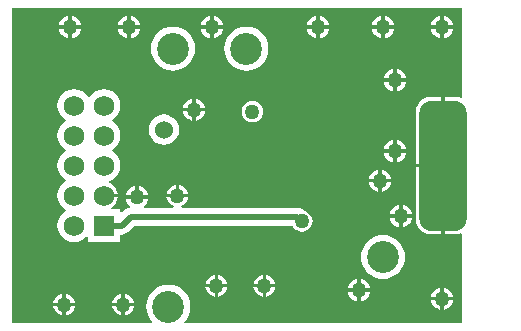
<source format=gbl>
G04 Layer_Physical_Order=4*
G04 Layer_Color=16711680*
%FSLAX25Y25*%
%MOIN*%
G70*
G01*
G75*
%ADD14C,0.02000*%
%ADD15C,0.10630*%
G04:AMPARAMS|DCode=16|XSize=433.07mil|YSize=157.48mil|CornerRadius=39.37mil|HoleSize=0mil|Usage=FLASHONLY|Rotation=90.000|XOffset=0mil|YOffset=0mil|HoleType=Round|Shape=RoundedRectangle|*
%AMROUNDEDRECTD16*
21,1,0.43307,0.07874,0,0,90.0*
21,1,0.35433,0.15748,0,0,90.0*
1,1,0.07874,0.03937,0.17717*
1,1,0.07874,0.03937,-0.17717*
1,1,0.07874,-0.03937,-0.17717*
1,1,0.07874,-0.03937,0.17717*
%
%ADD16ROUNDEDRECTD16*%
%ADD17C,0.06000*%
%ADD18R,0.06890X0.06890*%
%ADD19C,0.06890*%
%ADD20C,0.05000*%
G36*
X272500Y212665D02*
X272084Y212387D01*
X271278Y212721D01*
X269937Y212898D01*
X266600D01*
Y190000D01*
Y167102D01*
X269937D01*
X271278Y167279D01*
X272084Y167613D01*
X272500Y167335D01*
Y137500D01*
X180096D01*
X179859Y138000D01*
X180612Y138916D01*
X181291Y140187D01*
X181709Y141566D01*
X181850Y143000D01*
X181709Y144434D01*
X181291Y145813D01*
X180612Y147084D01*
X179698Y148197D01*
X178584Y149112D01*
X177313Y149791D01*
X175934Y150209D01*
X174500Y150350D01*
X173066Y150209D01*
X171687Y149791D01*
X170416Y149112D01*
X169302Y148197D01*
X168388Y147084D01*
X167709Y145813D01*
X167291Y144434D01*
X167150Y143000D01*
X167291Y141566D01*
X167709Y140187D01*
X168388Y138916D01*
X169141Y138000D01*
X168904Y137500D01*
X122500D01*
Y242500D01*
X272500D01*
Y212665D01*
D02*
G37*
%LPC*%
G36*
X266348Y239873D02*
Y236821D01*
X269401D01*
X269353Y237186D01*
X268980Y238086D01*
X268387Y238859D01*
X267614Y239452D01*
X266714Y239825D01*
X266348Y239873D01*
D02*
G37*
G36*
X265148D02*
X264782Y239825D01*
X263882Y239452D01*
X263109Y238859D01*
X262516Y238086D01*
X262143Y237186D01*
X262095Y236821D01*
X265148D01*
Y239873D01*
D02*
G37*
G36*
X246663D02*
Y236821D01*
X249716D01*
X249668Y237186D01*
X249295Y238086D01*
X248702Y238859D01*
X247929Y239452D01*
X247029Y239825D01*
X246663Y239873D01*
D02*
G37*
G36*
X245463D02*
X245097Y239825D01*
X244197Y239452D01*
X243424Y238859D01*
X242831Y238086D01*
X242458Y237186D01*
X242410Y236821D01*
X245463D01*
Y239873D01*
D02*
G37*
G36*
X225009D02*
Y236821D01*
X228062D01*
X228014Y237186D01*
X227641Y238086D01*
X227048Y238859D01*
X226275Y239452D01*
X225375Y239825D01*
X225009Y239873D01*
D02*
G37*
G36*
X223810D02*
X223444Y239825D01*
X222544Y239452D01*
X221771Y238859D01*
X221178Y238086D01*
X220805Y237186D01*
X220757Y236821D01*
X223810D01*
Y239873D01*
D02*
G37*
G36*
X189576D02*
Y236821D01*
X192629D01*
X192581Y237186D01*
X192208Y238086D01*
X191615Y238859D01*
X190842Y239452D01*
X189942Y239825D01*
X189576Y239873D01*
D02*
G37*
G36*
X188376D02*
X188011Y239825D01*
X187110Y239452D01*
X186337Y238859D01*
X185744Y238086D01*
X185372Y237186D01*
X185323Y236821D01*
X188376D01*
Y239873D01*
D02*
G37*
G36*
X162017D02*
Y236821D01*
X165070D01*
X165022Y237186D01*
X164649Y238086D01*
X164056Y238859D01*
X163283Y239452D01*
X162383Y239825D01*
X162017Y239873D01*
D02*
G37*
G36*
X160817D02*
X160451Y239825D01*
X159551Y239452D01*
X158778Y238859D01*
X158185Y238086D01*
X157813Y237186D01*
X157764Y236821D01*
X160817D01*
Y239873D01*
D02*
G37*
G36*
X142332D02*
Y236821D01*
X145385D01*
X145337Y237186D01*
X144964Y238086D01*
X144371Y238859D01*
X143598Y239452D01*
X142698Y239825D01*
X142332Y239873D01*
D02*
G37*
G36*
X141132D02*
X140766Y239825D01*
X139866Y239452D01*
X139093Y238859D01*
X138500Y238086D01*
X138128Y237186D01*
X138079Y236821D01*
X141132D01*
Y239873D01*
D02*
G37*
G36*
X269401Y235620D02*
X266348D01*
Y232568D01*
X266714Y232616D01*
X267614Y232989D01*
X268387Y233582D01*
X268980Y234354D01*
X269353Y235255D01*
X269401Y235620D01*
D02*
G37*
G36*
X265148D02*
X262095D01*
X262143Y235255D01*
X262516Y234354D01*
X263109Y233582D01*
X263882Y232989D01*
X264782Y232616D01*
X265148Y232568D01*
Y235620D01*
D02*
G37*
G36*
X249716D02*
X246663D01*
Y232568D01*
X247029Y232616D01*
X247929Y232989D01*
X248702Y233582D01*
X249295Y234354D01*
X249668Y235255D01*
X249716Y235620D01*
D02*
G37*
G36*
X245463D02*
X242410D01*
X242458Y235255D01*
X242831Y234354D01*
X243424Y233582D01*
X244197Y232989D01*
X245097Y232616D01*
X245463Y232568D01*
Y235620D01*
D02*
G37*
G36*
X228062D02*
X225009D01*
Y232568D01*
X225375Y232616D01*
X226275Y232989D01*
X227048Y233582D01*
X227641Y234354D01*
X228014Y235255D01*
X228062Y235620D01*
D02*
G37*
G36*
X223810D02*
X220757D01*
X220805Y235255D01*
X221178Y234354D01*
X221771Y233582D01*
X222544Y232989D01*
X223444Y232616D01*
X223810Y232568D01*
Y235620D01*
D02*
G37*
G36*
X192629D02*
X189576D01*
Y232568D01*
X189942Y232616D01*
X190842Y232989D01*
X191615Y233582D01*
X192208Y234354D01*
X192581Y235255D01*
X192629Y235620D01*
D02*
G37*
G36*
X188376D02*
X185323D01*
X185372Y235255D01*
X185744Y234354D01*
X186337Y233582D01*
X187110Y232989D01*
X188011Y232616D01*
X188376Y232568D01*
Y235620D01*
D02*
G37*
G36*
X165070D02*
X162017D01*
Y232568D01*
X162383Y232616D01*
X163283Y232989D01*
X164056Y233582D01*
X164649Y234354D01*
X165022Y235255D01*
X165070Y235620D01*
D02*
G37*
G36*
X160817D02*
X157764D01*
X157813Y235255D01*
X158185Y234354D01*
X158778Y233582D01*
X159551Y232989D01*
X160451Y232616D01*
X160817Y232568D01*
Y235620D01*
D02*
G37*
G36*
X145385D02*
X142332D01*
Y232568D01*
X142698Y232616D01*
X143598Y232989D01*
X144371Y233582D01*
X144964Y234354D01*
X145337Y235255D01*
X145385Y235620D01*
D02*
G37*
G36*
X141132D02*
X138079D01*
X138128Y235255D01*
X138500Y234354D01*
X139093Y233582D01*
X139866Y232989D01*
X140766Y232616D01*
X141132Y232568D01*
Y235620D01*
D02*
G37*
G36*
X200500Y236350D02*
X199066Y236209D01*
X197687Y235791D01*
X196416Y235112D01*
X195302Y234197D01*
X194388Y233084D01*
X193709Y231813D01*
X193291Y230434D01*
X193150Y229000D01*
X193291Y227566D01*
X193709Y226187D01*
X194388Y224916D01*
X195302Y223802D01*
X196416Y222888D01*
X197687Y222209D01*
X199066Y221791D01*
X200500Y221650D01*
X201934Y221791D01*
X203313Y222209D01*
X204584Y222888D01*
X205697Y223802D01*
X206612Y224916D01*
X207291Y226187D01*
X207709Y227566D01*
X207850Y229000D01*
X207709Y230434D01*
X207291Y231813D01*
X206612Y233084D01*
X205697Y234197D01*
X204584Y235112D01*
X203313Y235791D01*
X201934Y236209D01*
X200500Y236350D01*
D02*
G37*
G36*
X176000D02*
X174566Y236209D01*
X173187Y235791D01*
X171916Y235112D01*
X170802Y234197D01*
X169888Y233084D01*
X169209Y231813D01*
X168791Y230434D01*
X168650Y229000D01*
X168791Y227566D01*
X169209Y226187D01*
X169888Y224916D01*
X170802Y223802D01*
X171916Y222888D01*
X173187Y222209D01*
X174566Y221791D01*
X176000Y221650D01*
X177434Y221791D01*
X178813Y222209D01*
X180084Y222888D01*
X181198Y223802D01*
X182112Y224916D01*
X182791Y226187D01*
X183209Y227566D01*
X183350Y229000D01*
X183209Y230434D01*
X182791Y231813D01*
X182112Y233084D01*
X181198Y234197D01*
X180084Y235112D01*
X178813Y235791D01*
X177434Y236209D01*
X176000Y236350D01*
D02*
G37*
G36*
X250600Y222157D02*
Y219104D01*
X253653D01*
X253605Y219470D01*
X253232Y220370D01*
X252639Y221143D01*
X251866Y221736D01*
X250966Y222109D01*
X250600Y222157D01*
D02*
G37*
G36*
X249400D02*
X249034Y222109D01*
X248134Y221736D01*
X247361Y221143D01*
X246768Y220370D01*
X246395Y219470D01*
X246347Y219104D01*
X249400D01*
Y222157D01*
D02*
G37*
G36*
X253653Y217904D02*
X250600D01*
Y214851D01*
X250966Y214899D01*
X251866Y215272D01*
X252639Y215865D01*
X253232Y216638D01*
X253605Y217538D01*
X253653Y217904D01*
D02*
G37*
G36*
X249400D02*
X246347D01*
X246395Y217538D01*
X246768Y216638D01*
X247361Y215865D01*
X248134Y215272D01*
X249034Y214899D01*
X249400Y214851D01*
Y217904D01*
D02*
G37*
G36*
X153000Y215492D02*
X151579Y215305D01*
X150254Y214756D01*
X149117Y213883D01*
X148279Y212791D01*
X148000Y212759D01*
X147721Y212791D01*
X146883Y213883D01*
X145746Y214756D01*
X144421Y215305D01*
X143000Y215492D01*
X141579Y215305D01*
X140254Y214756D01*
X139117Y213883D01*
X138244Y212746D01*
X137695Y211421D01*
X137508Y210000D01*
X137695Y208579D01*
X138244Y207254D01*
X139117Y206117D01*
X140209Y205279D01*
X140241Y205000D01*
X140209Y204721D01*
X139117Y203883D01*
X138244Y202746D01*
X137695Y201421D01*
X137508Y200000D01*
X137695Y198579D01*
X138244Y197254D01*
X139117Y196117D01*
X140209Y195279D01*
X140241Y195000D01*
X140209Y194721D01*
X139117Y193883D01*
X138244Y192746D01*
X137695Y191421D01*
X137508Y190000D01*
X137695Y188579D01*
X138244Y187254D01*
X139117Y186117D01*
X140209Y185279D01*
X140241Y185000D01*
X140209Y184721D01*
X139117Y183883D01*
X138244Y182746D01*
X137695Y181421D01*
X137508Y180000D01*
X137695Y178579D01*
X138244Y177254D01*
X139117Y176117D01*
X140209Y175279D01*
X140241Y175000D01*
X140209Y174721D01*
X139117Y173883D01*
X138244Y172746D01*
X137695Y171421D01*
X137508Y170000D01*
X137695Y168579D01*
X138244Y167254D01*
X139117Y166117D01*
X140254Y165244D01*
X141579Y164695D01*
X143000Y164508D01*
X144421Y164695D01*
X145746Y165244D01*
X146883Y166117D01*
X147082Y166375D01*
X147555Y166214D01*
Y164555D01*
X158445D01*
Y166974D01*
X158945D01*
X159728Y167077D01*
X160458Y167379D01*
X161084Y167860D01*
X163198Y169974D01*
X215844D01*
X215943Y169735D01*
X216504Y169004D01*
X217235Y168443D01*
X218086Y168090D01*
X219000Y167970D01*
X219914Y168090D01*
X220765Y168443D01*
X221496Y169004D01*
X222057Y169735D01*
X222410Y170586D01*
X222530Y171500D01*
X222410Y172414D01*
X222057Y173265D01*
X221496Y173996D01*
X220765Y174557D01*
X219914Y174910D01*
X219863Y174917D01*
X219640Y175140D01*
X219013Y175620D01*
X218283Y175923D01*
X217500Y176026D01*
X178881D01*
X178781Y176526D01*
X179366Y176768D01*
X180139Y177361D01*
X180732Y178134D01*
X181105Y179034D01*
X181153Y179400D01*
X173847D01*
X173895Y179034D01*
X174268Y178134D01*
X174861Y177361D01*
X175634Y176768D01*
X176219Y176526D01*
X176119Y176026D01*
X166372D01*
X166202Y176526D01*
X166639Y176861D01*
X167232Y177634D01*
X167605Y178534D01*
X167653Y178900D01*
X160347D01*
X160395Y178534D01*
X160768Y177634D01*
X161361Y176861D01*
X161815Y176513D01*
X161675Y175990D01*
X161162Y175923D01*
X160432Y175620D01*
X159805Y175140D01*
X158907Y174241D01*
X158445Y174433D01*
Y175445D01*
X155447D01*
X155342Y175943D01*
X156313Y176687D01*
X157057Y177657D01*
X157525Y178787D01*
X157606Y179400D01*
X153000D01*
Y180600D01*
X157606D01*
X157525Y181213D01*
X157057Y182343D01*
X156313Y183313D01*
X155342Y184057D01*
X154765Y184296D01*
Y184838D01*
X155746Y185244D01*
X156883Y186117D01*
X157756Y187254D01*
X158305Y188579D01*
X158492Y190000D01*
X158305Y191421D01*
X157756Y192746D01*
X156883Y193883D01*
X155791Y194721D01*
X155759Y195000D01*
X155791Y195279D01*
X156883Y196117D01*
X157756Y197254D01*
X158305Y198579D01*
X158492Y200000D01*
X158305Y201421D01*
X157756Y202746D01*
X156883Y203883D01*
X155791Y204721D01*
X155759Y205000D01*
X155791Y205279D01*
X156883Y206117D01*
X157756Y207254D01*
X158305Y208579D01*
X158492Y210000D01*
X158305Y211421D01*
X157756Y212746D01*
X156883Y213883D01*
X155746Y214756D01*
X154421Y215305D01*
X153000Y215492D01*
D02*
G37*
G36*
X183671Y212314D02*
Y209261D01*
X186724D01*
X186676Y209627D01*
X186303Y210527D01*
X185710Y211300D01*
X184937Y211893D01*
X184037Y212266D01*
X183671Y212314D01*
D02*
G37*
G36*
X182471D02*
X182105Y212266D01*
X181205Y211893D01*
X180432Y211300D01*
X179839Y210527D01*
X179466Y209627D01*
X179418Y209261D01*
X182471D01*
Y212314D01*
D02*
G37*
G36*
X186724Y208061D02*
X183671D01*
Y205009D01*
X184037Y205057D01*
X184937Y205430D01*
X185710Y206023D01*
X186303Y206796D01*
X186676Y207696D01*
X186724Y208061D01*
D02*
G37*
G36*
X182471D02*
X179418D01*
X179466Y207696D01*
X179839Y206796D01*
X180432Y206023D01*
X181205Y205430D01*
X182105Y205057D01*
X182471Y205009D01*
Y208061D01*
D02*
G37*
G36*
X202500Y211530D02*
X201586Y211410D01*
X200735Y211057D01*
X200004Y210496D01*
X199443Y209765D01*
X199090Y208914D01*
X198970Y208000D01*
X199090Y207086D01*
X199443Y206235D01*
X200004Y205504D01*
X200735Y204943D01*
X201586Y204590D01*
X202500Y204470D01*
X203414Y204590D01*
X204265Y204943D01*
X204996Y205504D01*
X205557Y206235D01*
X205910Y207086D01*
X206030Y208000D01*
X205910Y208914D01*
X205557Y209765D01*
X204996Y210496D01*
X204265Y211057D01*
X203414Y211410D01*
X202500Y211530D01*
D02*
G37*
G36*
X173000Y207043D02*
X171695Y206871D01*
X170478Y206367D01*
X169434Y205566D01*
X168632Y204522D01*
X168129Y203305D01*
X167957Y202000D01*
X168129Y200695D01*
X168632Y199478D01*
X169434Y198434D01*
X170478Y197633D01*
X171695Y197129D01*
X173000Y196957D01*
X174305Y197129D01*
X175522Y197633D01*
X176566Y198434D01*
X177367Y199478D01*
X177871Y200695D01*
X178043Y202000D01*
X177871Y203305D01*
X177367Y204522D01*
X176566Y205566D01*
X175522Y206367D01*
X174305Y206871D01*
X173000Y207043D01*
D02*
G37*
G36*
X250600Y198535D02*
Y195482D01*
X253653D01*
X253605Y195848D01*
X253232Y196748D01*
X252639Y197521D01*
X251866Y198114D01*
X250966Y198487D01*
X250600Y198535D01*
D02*
G37*
G36*
X249400D02*
X249034Y198487D01*
X248134Y198114D01*
X247361Y197521D01*
X246768Y196748D01*
X246395Y195848D01*
X246347Y195482D01*
X249400D01*
Y198535D01*
D02*
G37*
G36*
X253653Y194282D02*
X250600D01*
Y191229D01*
X250966Y191277D01*
X251866Y191650D01*
X252639Y192243D01*
X253232Y193016D01*
X253605Y193916D01*
X253653Y194282D01*
D02*
G37*
G36*
X249400D02*
X246347D01*
X246395Y193916D01*
X246768Y193016D01*
X247361Y192243D01*
X248134Y191650D01*
X249034Y191277D01*
X249400Y191229D01*
Y194282D01*
D02*
G37*
G36*
X265400Y212898D02*
X262063D01*
X260722Y212721D01*
X259472Y212204D01*
X258399Y211380D01*
X257576Y210307D01*
X257058Y209058D01*
X256882Y207716D01*
Y190600D01*
X265400D01*
Y212898D01*
D02*
G37*
G36*
X245600Y188653D02*
Y185600D01*
X248653D01*
X248605Y185966D01*
X248232Y186866D01*
X247639Y187639D01*
X246866Y188232D01*
X245966Y188605D01*
X245600Y188653D01*
D02*
G37*
G36*
X244400D02*
X244034Y188605D01*
X243134Y188232D01*
X242361Y187639D01*
X241768Y186866D01*
X241395Y185966D01*
X241347Y185600D01*
X244400D01*
Y188653D01*
D02*
G37*
G36*
X248653Y184400D02*
X245600D01*
Y181347D01*
X245966Y181395D01*
X246866Y181768D01*
X247639Y182361D01*
X248232Y183134D01*
X248605Y184034D01*
X248653Y184400D01*
D02*
G37*
G36*
X244400D02*
X241347D01*
X241395Y184034D01*
X241768Y183134D01*
X242361Y182361D01*
X243134Y181768D01*
X244034Y181395D01*
X244400Y181347D01*
Y184400D01*
D02*
G37*
G36*
X178100Y183653D02*
Y180600D01*
X181153D01*
X181105Y180966D01*
X180732Y181866D01*
X180139Y182639D01*
X179366Y183232D01*
X178466Y183605D01*
X178100Y183653D01*
D02*
G37*
G36*
X176900D02*
X176534Y183605D01*
X175634Y183232D01*
X174861Y182639D01*
X174268Y181866D01*
X173895Y180966D01*
X173847Y180600D01*
X176900D01*
Y183653D01*
D02*
G37*
G36*
X164600Y183153D02*
Y180100D01*
X167653D01*
X167605Y180466D01*
X167232Y181366D01*
X166639Y182139D01*
X165866Y182732D01*
X164966Y183105D01*
X164600Y183153D01*
D02*
G37*
G36*
X163400D02*
X163034Y183105D01*
X162134Y182732D01*
X161361Y182139D01*
X160768Y181366D01*
X160395Y180466D01*
X160347Y180100D01*
X163400D01*
Y183153D01*
D02*
G37*
G36*
X252569Y176881D02*
Y173828D01*
X255621D01*
X255573Y174194D01*
X255201Y175094D01*
X254607Y175867D01*
X253835Y176460D01*
X252934Y176833D01*
X252569Y176881D01*
D02*
G37*
G36*
X251368D02*
X251003Y176833D01*
X250102Y176460D01*
X249330Y175867D01*
X248737Y175094D01*
X248364Y174194D01*
X248316Y173828D01*
X251368D01*
Y176881D01*
D02*
G37*
G36*
X255621Y172628D02*
X252569D01*
Y169575D01*
X252934Y169624D01*
X253835Y169996D01*
X254607Y170589D01*
X255201Y171362D01*
X255573Y172263D01*
X255621Y172628D01*
D02*
G37*
G36*
X251368D02*
X248316D01*
X248364Y172263D01*
X248737Y171362D01*
X249330Y170589D01*
X250102Y169996D01*
X251003Y169624D01*
X251368Y169575D01*
Y172628D01*
D02*
G37*
G36*
X265400Y189400D02*
X256882D01*
Y172283D01*
X257058Y170942D01*
X257576Y169693D01*
X258399Y168620D01*
X259472Y167796D01*
X260722Y167279D01*
X262063Y167102D01*
X265400D01*
Y189400D01*
D02*
G37*
G36*
X246000Y166850D02*
X244566Y166709D01*
X243187Y166291D01*
X241916Y165612D01*
X240803Y164698D01*
X239888Y163584D01*
X239209Y162313D01*
X238791Y160934D01*
X238650Y159500D01*
X238791Y158066D01*
X239209Y156687D01*
X239888Y155416D01*
X240803Y154303D01*
X241916Y153388D01*
X243187Y152709D01*
X244566Y152291D01*
X246000Y152150D01*
X247434Y152291D01*
X248813Y152709D01*
X250084Y153388D01*
X251198Y154303D01*
X252112Y155416D01*
X252791Y156687D01*
X253209Y158066D01*
X253350Y159500D01*
X253209Y160934D01*
X252791Y162313D01*
X252112Y163584D01*
X251198Y164698D01*
X250084Y165612D01*
X248813Y166291D01*
X247434Y166709D01*
X246000Y166850D01*
D02*
G37*
G36*
X207100Y153653D02*
Y150600D01*
X210153D01*
X210105Y150966D01*
X209732Y151866D01*
X209139Y152639D01*
X208366Y153232D01*
X207466Y153605D01*
X207100Y153653D01*
D02*
G37*
G36*
X205900D02*
X205534Y153605D01*
X204634Y153232D01*
X203861Y152639D01*
X203268Y151866D01*
X202895Y150966D01*
X202847Y150600D01*
X205900D01*
Y153653D01*
D02*
G37*
G36*
X191100D02*
Y150600D01*
X194153D01*
X194105Y150966D01*
X193732Y151866D01*
X193139Y152639D01*
X192366Y153232D01*
X191466Y153605D01*
X191100Y153653D01*
D02*
G37*
G36*
X189900D02*
X189534Y153605D01*
X188634Y153232D01*
X187861Y152639D01*
X187268Y151866D01*
X186895Y150966D01*
X186847Y150600D01*
X189900D01*
Y153653D01*
D02*
G37*
G36*
X238600Y152153D02*
Y149100D01*
X241653D01*
X241605Y149466D01*
X241232Y150366D01*
X240639Y151139D01*
X239866Y151732D01*
X238966Y152105D01*
X238600Y152153D01*
D02*
G37*
G36*
X237400D02*
X237034Y152105D01*
X236134Y151732D01*
X235361Y151139D01*
X234768Y150366D01*
X234395Y149466D01*
X234347Y149100D01*
X237400D01*
Y152153D01*
D02*
G37*
G36*
X210153Y149400D02*
X207100D01*
Y146347D01*
X207466Y146395D01*
X208366Y146768D01*
X209139Y147361D01*
X209732Y148134D01*
X210105Y149034D01*
X210153Y149400D01*
D02*
G37*
G36*
X205900D02*
X202847D01*
X202895Y149034D01*
X203268Y148134D01*
X203861Y147361D01*
X204634Y146768D01*
X205534Y146395D01*
X205900Y146347D01*
Y149400D01*
D02*
G37*
G36*
X194153D02*
X191100D01*
Y146347D01*
X191466Y146395D01*
X192366Y146768D01*
X193139Y147361D01*
X193732Y148134D01*
X194105Y149034D01*
X194153Y149400D01*
D02*
G37*
G36*
X189900D02*
X186847D01*
X186895Y149034D01*
X187268Y148134D01*
X187861Y147361D01*
X188634Y146768D01*
X189534Y146395D01*
X189900Y146347D01*
Y149400D01*
D02*
G37*
G36*
X266348Y149322D02*
Y146269D01*
X269401D01*
X269353Y146635D01*
X268980Y147535D01*
X268387Y148308D01*
X267614Y148901D01*
X266714Y149274D01*
X266348Y149322D01*
D02*
G37*
G36*
X265148D02*
X264782Y149274D01*
X263882Y148901D01*
X263109Y148308D01*
X262516Y147535D01*
X262143Y146635D01*
X262095Y146269D01*
X265148D01*
Y149322D01*
D02*
G37*
G36*
X241653Y147900D02*
X238600D01*
Y144847D01*
X238966Y144895D01*
X239866Y145268D01*
X240639Y145861D01*
X241232Y146634D01*
X241605Y147534D01*
X241653Y147900D01*
D02*
G37*
G36*
X237400D02*
X234347D01*
X234395Y147534D01*
X234768Y146634D01*
X235361Y145861D01*
X236134Y145268D01*
X237034Y144895D01*
X237400Y144847D01*
Y147900D01*
D02*
G37*
G36*
X160049Y147354D02*
Y144301D01*
X163102D01*
X163054Y144667D01*
X162681Y145567D01*
X162088Y146340D01*
X161315Y146933D01*
X160415Y147306D01*
X160049Y147354D01*
D02*
G37*
G36*
X158849D02*
X158483Y147306D01*
X157583Y146933D01*
X156810Y146340D01*
X156217Y145567D01*
X155844Y144667D01*
X155796Y144301D01*
X158849D01*
Y147354D01*
D02*
G37*
G36*
X140364D02*
Y144301D01*
X143417D01*
X143369Y144667D01*
X142996Y145567D01*
X142403Y146340D01*
X141630Y146933D01*
X140730Y147306D01*
X140364Y147354D01*
D02*
G37*
G36*
X139164D02*
X138798Y147306D01*
X137898Y146933D01*
X137125Y146340D01*
X136532Y145567D01*
X136159Y144667D01*
X136111Y144301D01*
X139164D01*
Y147354D01*
D02*
G37*
G36*
X269401Y145069D02*
X266348D01*
Y142016D01*
X266714Y142064D01*
X267614Y142437D01*
X268387Y143030D01*
X268980Y143803D01*
X269353Y144703D01*
X269401Y145069D01*
D02*
G37*
G36*
X265148D02*
X262095D01*
X262143Y144703D01*
X262516Y143803D01*
X263109Y143030D01*
X263882Y142437D01*
X264782Y142064D01*
X265148Y142016D01*
Y145069D01*
D02*
G37*
G36*
X163102Y143101D02*
X160049D01*
Y140048D01*
X160415Y140096D01*
X161315Y140469D01*
X162088Y141062D01*
X162681Y141835D01*
X163054Y142735D01*
X163102Y143101D01*
D02*
G37*
G36*
X158849D02*
X155796D01*
X155844Y142735D01*
X156217Y141835D01*
X156810Y141062D01*
X157583Y140469D01*
X158483Y140096D01*
X158849Y140048D01*
Y143101D01*
D02*
G37*
G36*
X143417D02*
X140364D01*
Y140048D01*
X140730Y140096D01*
X141630Y140469D01*
X142403Y141062D01*
X142996Y141835D01*
X143369Y142735D01*
X143417Y143101D01*
D02*
G37*
G36*
X139164D02*
X136111D01*
X136159Y142735D01*
X136532Y141835D01*
X137125Y141062D01*
X137898Y140469D01*
X138798Y140096D01*
X139164Y140048D01*
Y143101D01*
D02*
G37*
%LPD*%
D14*
X217500Y173000D02*
X219000Y171500D01*
X161945Y173000D02*
X217500D01*
X158945Y170000D02*
X161945Y173000D01*
X153000Y170000D02*
X158945D01*
D15*
X200500Y229000D02*
D03*
X246000Y159500D02*
D03*
X176000Y229000D02*
D03*
X174500Y143000D02*
D03*
D16*
X266000Y190000D02*
D03*
D17*
X173000Y202000D02*
D03*
D18*
X153000Y170000D02*
D03*
D19*
Y180000D02*
D03*
Y190000D02*
D03*
Y200000D02*
D03*
Y210000D02*
D03*
X143000Y170000D02*
D03*
Y180000D02*
D03*
Y190000D02*
D03*
Y200000D02*
D03*
Y210000D02*
D03*
D20*
X183071Y208661D02*
D03*
X188976Y236221D02*
D03*
X139764Y143701D02*
D03*
X159449D02*
D03*
X141732Y236221D02*
D03*
X161417D02*
D03*
X251969Y173228D02*
D03*
X250000Y194882D02*
D03*
Y218504D02*
D03*
X265748Y145669D02*
D03*
X224410Y236221D02*
D03*
X246063D02*
D03*
X265748D02*
D03*
X190500Y150000D02*
D03*
X164000Y179500D02*
D03*
X219000Y171500D02*
D03*
X202500Y208000D02*
D03*
X206500Y150000D02*
D03*
X238000Y148500D02*
D03*
X245000Y185000D02*
D03*
X177500Y180000D02*
D03*
M02*

</source>
